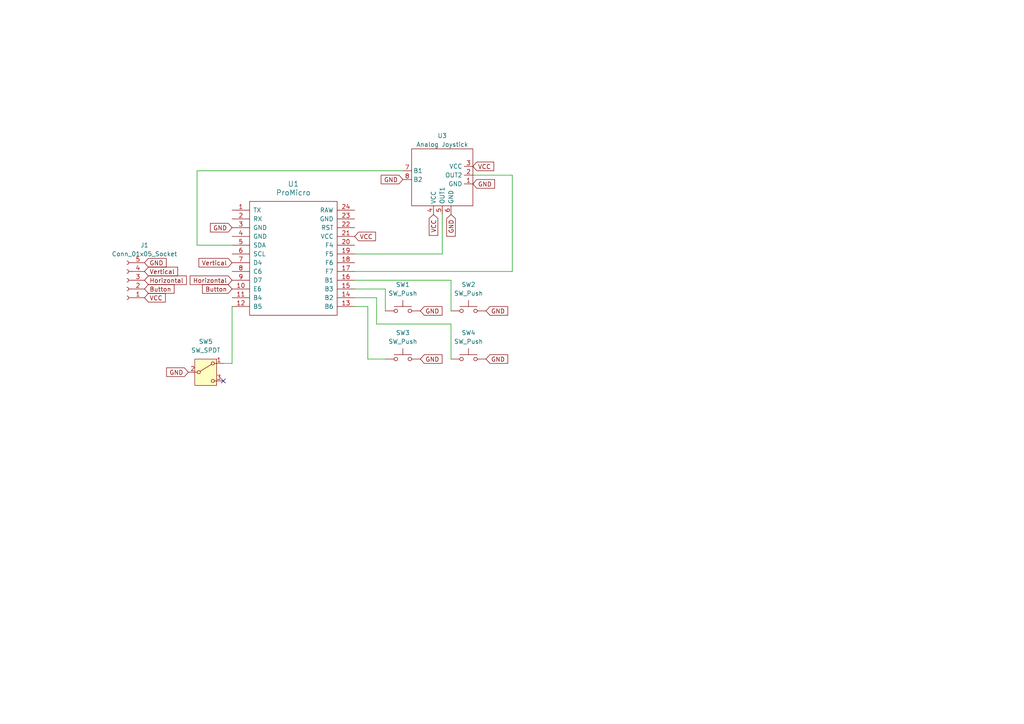
<source format=kicad_sch>
(kicad_sch (version 20250114) (generator "eeschema") (generator_version "9.0")
  (paper "A4")
  (lib_symbols
    (symbol "Connector:Conn_01x05_Socket" (pin_names (offset 1.016) (hide yes))
      (property "Reference" "J" (at 0 7.62 0))
      (property "Value" "Conn_01x05_Socket" (at 0 -7.62 0))
      (symbol "Conn_01x05_Socket_1_1"
        (polyline (pts (xy -1.27 5.08) (xy -0.508 5.08)) (stroke (width 0.1524)))
        (polyline (pts (xy -1.27 2.54) (xy -0.508 2.54)) (stroke (width 0.1524)))
        (polyline (pts (xy -1.27 0) (xy -0.508 0)) (stroke (width 0.1524)))
        (polyline (pts (xy -1.27 -2.54) (xy -0.508 -2.54)) (stroke (width 0.1524)))
        (polyline (pts (xy -1.27 -5.08) (xy -0.508 -5.08)) (stroke (width 0.1524)))
        (arc (start 0 4.572) (mid -0.5058 5.08) (end 0 5.588) (stroke (width 0.1524)))
        (arc (start 0 2.032) (mid -0.5058 2.54) (end 0 3.048) (stroke (width 0.1524)))
        (arc (start 0 -0.508) (mid -0.5058 0) (end 0 0.508) (stroke (width 0.1524)))
        (arc (start 0 -3.048) (mid -0.5058 -2.54) (end 0 -2.032) (stroke (width 0.1524)))
        (arc (start 0 -5.588) (mid -0.5058 -5.08) (end 0 -4.572) (stroke (width 0.1524)))
        (pin passive line (at -5.08 5.08 0) (length 3.81) (name "Pin_1") (number "1"))
        (pin passive line (at -5.08 2.54 0) (length 3.81) (name "Pin_2") (number "2"))
        (pin passive line (at -5.08 0 0) (length 3.81) (name "Pin_3") (number "3"))
        (pin passive line (at -5.08 -2.54 0) (length 3.81) (name "Pin_4") (number "4"))
        (pin passive line (at -5.08 -5.08 0) (length 3.81) (name "Pin_5") (number "5"))
      )
    )
    (symbol "Library:Analog_Joystick_Hall_Effect"
      (property "Reference" "U" (at 0 5.334 0))
      (property "Value" "Analog Joystick" (at 0.254 10.414 0))
      (symbol "Analog_Joystick_Hall_Effect_0_1"
        (rectangle (start -8.89 8.89) (end 8.89 -7.62))
      )
      (symbol "Analog_Joystick_Hall_Effect_1_1"
        (pin bidirectional line (at -11.43 2.54 0) (length 2.54) (name "B1") (number "7"))
        (pin bidirectional line (at -11.43 0 0) (length 2.54) (name "B2") (number "8"))
        (pin bidirectional line (at -2.54 -10.16 90) (length 2.54) (name "VCC") (number "4"))
        (pin bidirectional line (at 0 -10.16 90) (length 2.54) (name "OUT1") (number "5"))
        (pin bidirectional line (at 2.54 -10.16 90) (length 2.54) (name "GND") (number "6"))
        (pin bidirectional line (at 8.89 3.81 180) (length 2.54) (name "VCC") (number "3"))
        (pin bidirectional line (at 8.89 1.27 180) (length 2.54) (name "OUT2") (number "2"))
        (pin bidirectional line (at 8.89 -1.27 180) (length 2.54) (name "GND") (number "1"))
      )
    )
    (symbol "Switch:SW_Push" (pin_numbers (hide yes)) (pin_names (offset 1.016) (hide yes))
      (property "Reference" "SW" (at 1.27 2.54 0))
      (property "Value" "SW_Push" (at 0 -1.524 0))
      (symbol "SW_Push_0_1"
        (circle (center -2.032 0) (radius 0.508))
        (polyline (pts (xy 0 1.27) (xy 0 3.048)))
        (circle (center 2.032 0) (radius 0.508))
        (polyline (pts (xy 2.54 1.27) (xy -2.54 1.27)))
        (pin passive line (at -5.08 0 0) (length 2.54) (name "1") (number "1"))
        (pin passive line (at 5.08 0 180) (length 2.54) (name "2") (number "2"))
      )
    )
    (symbol "Switch:SW_SPDT" (pin_names (offset 0) (hide yes))
      (property "Reference" "SW" (at 0 5.08 0))
      (property "Value" "SW_SPDT" (at 0 -5.08 0))
      (symbol "SW_SPDT_0_1"
        (circle (center -2.032 0) (radius 0.4572))
        (polyline (pts (xy -1.651 0.254) (xy 1.651 2.286)))
        (circle (center 2.032 2.54) (radius 0.4572))
        (circle (center 2.032 -2.54) (radius 0.4572))
      )
      (symbol "SW_SPDT_1_1"
        (rectangle (start -3.175 3.81) (end 3.175 -3.81) (fill (type background)))
        (pin passive line (at -5.08 0 0) (length 2.54) (name "B") (number "2"))
        (pin passive line (at 5.08 2.54 180) (length 2.54) (name "A") (number "1"))
        (pin passive line (at 5.08 -2.54 180) (length 2.54) (name "C") (number "3"))
      )
    )
    (symbol "promicro:ProMicro" (pin_names (offset 1.016))
      (property "Reference" "U" (at 0 24.13 0))
      (property "Value" "ProMicro" (at 0 -13.97 0))
      (symbol "ProMicro_0_1"
        (rectangle (start -12.7 21.59) (end 12.7 -11.43))
      )
      (symbol "ProMicro_1_1"
        (pin bidirectional line (at -17.78 19.05 0) (length 5.08) (name "TX") (number "1"))
        (pin bidirectional line (at -17.78 16.51 0) (length 5.08) (name "RX") (number "2"))
        (pin power_in line (at -17.78 13.97 0) (length 5.08) (name "GND") (number "3"))
        (pin power_in line (at -17.78 11.43 0) (length 5.08) (name "GND") (number "4"))
        (pin bidirectional line (at -17.78 8.89 0) (length 5.08) (name "SDA") (number "5"))
        (pin bidirectional line (at -17.78 6.35 0) (length 5.08) (name "SCL") (number "6"))
        (pin bidirectional line (at -17.78 3.81 0) (length 5.08) (name "D4") (number "7"))
        (pin bidirectional line (at -17.78 1.27 0) (length 5.08) (name "C6") (number "8"))
        (pin bidirectional line (at -17.78 -1.27 0) (length 5.08) (name "D7") (number "9"))
        (pin bidirectional line (at -17.78 -3.81 0) (length 5.08) (name "E6") (number "10"))
        (pin bidirectional line (at -17.78 -6.35 0) (length 5.08) (name "B4") (number "11"))
        (pin bidirectional line (at -17.78 -8.89 0) (length 5.08) (name "B5") (number "12"))
        (pin power_out line (at 17.78 19.05 180) (length 5.08) (name "RAW") (number "24"))
        (pin power_in line (at 17.78 16.51 180) (length 5.08) (name "GND") (number "23"))
        (pin input line (at 17.78 13.97 180) (length 5.08) (name "RST") (number "22"))
        (pin power_in line (at 17.78 11.43 180) (length 5.08) (name "VCC") (number "21"))
        (pin bidirectional line (at 17.78 8.89 180) (length 5.08) (name "F4") (number "20"))
        (pin bidirectional line (at 17.78 6.35 180) (length 5.08) (name "F5") (number "19"))
        (pin bidirectional line (at 17.78 3.81 180) (length 5.08) (name "F6") (number "18"))
        (pin bidirectional line (at 17.78 1.27 180) (length 5.08) (name "F7") (number "17"))
        (pin bidirectional line (at 17.78 -1.27 180) (length 5.08) (name "B1") (number "16"))
        (pin bidirectional line (at 17.78 -3.81 180) (length 5.08) (name "B3") (number "15"))
        (pin bidirectional line (at 17.78 -6.35 180) (length 5.08) (name "B2") (number "14"))
        (pin bidirectional line (at 17.78 -8.89 180) (length 5.08) (name "B6") (number "13"))
      )
    )
  )
  (no_connect (at 64.77 110.49))
  (wire (pts (xy 102.87 81.28) (xy 130.81 81.28)))
  (wire (pts (xy 106.68 104.14) (xy 111.76 104.14)))
  (wire (pts (xy 109.22 93.98) (xy 130.81 93.98)))
  (wire (pts (xy 148.59 50.8) (xy 137.16 50.8)))
  (wire (pts (xy 102.87 73.66) (xy 128.27 73.66)))
  (wire (pts (xy 130.81 93.98) (xy 130.81 104.14)))
  (wire (pts (xy 102.87 78.74) (xy 148.59 78.74)))
  (wire (pts (xy 57.15 71.12) (xy 57.15 49.53)))
  (wire (pts (xy 67.31 105.41) (xy 64.77 105.41)))
  (wire (pts (xy 57.15 49.53) (xy 116.84 49.53)))
  (wire (pts (xy 111.76 83.82) (xy 111.76 90.17)))
  (wire (pts (xy 106.68 88.9) (xy 106.68 104.14)))
  (wire (pts (xy 102.87 86.36) (xy 109.22 86.36)))
  (wire (pts (xy 67.31 88.9) (xy 67.31 105.41)))
  (wire (pts (xy 148.59 78.74) (xy 148.59 50.8)))
  (wire (pts (xy 128.27 62.23) (xy 128.27 73.66)))
  (wire (pts (xy 67.31 71.12) (xy 57.15 71.12)))
  (wire (pts (xy 102.87 88.9) (xy 106.68 88.9)))
  (wire (pts (xy 102.87 83.82) (xy 111.76 83.82)))
  (wire (pts (xy 130.81 81.28) (xy 130.81 90.17)))
  (wire (pts (xy 109.22 86.36) (xy 109.22 93.98)))
  (global_label "VCC" (shape input) (at 102.87 68.58 0) (property "Intersheetrefs" "${INTERSHEET_REFS}" (effects (hide yes))))
  (global_label "Vertical" (shape input) (at 41.91 78.74 0) (property "Intersheetrefs" "${INTERSHEET_REFS}" (effects (hide yes))))
  (global_label "GND" (shape input) (at 116.84 52.07 180) (property "Intersheetrefs" "${INTERSHEET_REFS}" (effects (hide yes))))
  (global_label "GND" (shape input) (at 67.31 66.04 180) (property "Intersheetrefs" "${INTERSHEET_REFS}" (effects (hide yes))))
  (global_label "GND" (shape input) (at 41.91 76.2 0) (property "Intersheetrefs" "${INTERSHEET_REFS}" (effects (hide yes))))
  (global_label "Button" (shape input) (at 67.31 83.82 180) (property "Intersheetrefs" "${INTERSHEET_REFS}" (effects (hide yes))))
  (global_label "GND" (shape input) (at 121.92 90.17 0) (property "Intersheetrefs" "${INTERSHEET_REFS}" (effects (hide yes))))
  (global_label "VCC" (shape input) (at 137.16 48.26 0) (property "Intersheetrefs" "${INTERSHEET_REFS}" (effects (hide yes))))
  (global_label "VCC" (shape input) (at 41.91 86.36 0) (property "Intersheetrefs" "${INTERSHEET_REFS}" (effects (hide yes))))
  (global_label "GND" (shape input) (at 130.81 62.23 270) (property "Intersheetrefs" "${INTERSHEET_REFS}" (effects (hide yes))))
  (global_label "VCC" (shape input) (at 125.73 62.23 270) (property "Intersheetrefs" "${INTERSHEET_REFS}" (effects (hide yes))))
  (global_label "Horizontal" (shape input) (at 41.91 81.28 0) (property "Intersheetrefs" "${INTERSHEET_REFS}" (effects (hide yes))))
  (global_label "GND" (shape input) (at 137.16 53.34 0) (property "Intersheetrefs" "${INTERSHEET_REFS}" (effects (hide yes))))
  (global_label "Button" (shape input) (at 41.91 83.82 0) (property "Intersheetrefs" "${INTERSHEET_REFS}" (effects (hide yes))))
  (global_label "GND" (shape input) (at 140.97 90.17 0) (property "Intersheetrefs" "${INTERSHEET_REFS}" (effects (hide yes))))
  (global_label "Horizontal" (shape input) (at 67.31 81.28 180) (property "Intersheetrefs" "${INTERSHEET_REFS}" (effects (hide yes))))
  (global_label "Vertical" (shape input) (at 67.31 76.2 180) (property "Intersheetrefs" "${INTERSHEET_REFS}" (effects (hide yes))))
  (global_label "GND" (shape input) (at 140.97 104.14 0) (property "Intersheetrefs" "${INTERSHEET_REFS}" (effects (hide yes))))
  (global_label "GND" (shape input) (at 54.61 107.95 180) (property "Intersheetrefs" "${INTERSHEET_REFS}" (effects (hide yes))))
  (global_label "GND" (shape input) (at 121.92 104.14 0) (property "Intersheetrefs" "${INTERSHEET_REFS}" (effects (hide yes))))
  (symbol (lib_id "Connector:Conn_01x05_Socket") (at 36.83 81.28 180) (unit 1)
    (property "Reference" "J1" (at 41.91 71.12 0))
    (property "Value" "Conn_01x05_Socket" (at 41.91 73.66 0))
    (property "Footprint" "Connector_PinHeader_2.54mm:PinHeader_1x05_P2.54mm_Vertical" (effects (hide yes)))
    (property "Description" "Generic connector, single row, 01x05, script generated" (effects (hide yes)))
  )
  (symbol (lib_id "Switch:SW_Push") (at 116.84 104.14 0) (unit 1)
    (property "Reference" "SW3" (at 116.84 96.52 0))
    (property "Value" "SW_Push" (at 116.84 99.06 0))
    (property "Footprint" "Library:SW_PUSH_8mm_H4.3mm" (effects (hide yes)))
    (property "Description" "Push button switch, generic, two pins" (effects (hide yes)))
  )
  (symbol (lib_id "Switch:SW_Push") (at 116.84 90.17 0) (unit 1)
    (property "Reference" "SW1" (at 116.84 82.55 0))
    (property "Value" "SW_Push" (at 116.84 85.09 0))
    (property "Footprint" "Library:SW_PUSH_8mm_H4.3mm" (effects (hide yes)))
    (property "Description" "Push button switch, generic, two pins" (effects (hide yes)))
  )
  (symbol (lib_id "Library:Analog_Joystick_Hall_Effect") (at 128.27 52.07 0) (unit 1)
    (property "Reference" "U3" (at 128.27 39.37 0))
    (property "Value" "Analog Joystick" (at 128.27 41.91 0))
    (property "Footprint" "Library:PS4_joystick" (effects (hide yes)))
  )
  (symbol (lib_id "promicro:ProMicro") (at 85.09 80.01 0) (unit 1)
    (property "Reference" "U1" (at 85.09 53.34 0) (effects (font (size 1.524 1.524))))
    (property "Value" "ProMicro" (at 85.09 55.88 0) (effects (font (size 1.524 1.524))))
    (property "Footprint" "promicro:ProMicro-NoSilk" (effects (hide yes)))
  )
  (symbol (lib_id "Switch:SW_Push") (at 135.89 104.14 0) (unit 1)
    (property "Reference" "SW4" (at 135.89 96.52 0))
    (property "Value" "SW_Push" (at 135.89 99.06 0))
    (property "Footprint" "Library:SW_PUSH_8mm_H4.3mm" (effects (hide yes)))
    (property "Description" "Push button switch, generic, two pins" (effects (hide yes)))
  )
  (symbol (lib_id "Switch:SW_Push") (at 135.89 90.17 0) (unit 1)
    (property "Reference" "SW2" (at 135.89 82.55 0))
    (property "Value" "SW_Push" (at 135.89 85.09 0))
    (property "Footprint" "Library:SW_PUSH_8mm_H4.3mm" (effects (hide yes)))
    (property "Description" "Push button switch, generic, two pins" (effects (hide yes)))
  )
  (symbol (lib_id "Switch:SW_SPDT") (at 59.69 107.95 0) (unit 1)
    (property "Reference" "SW5" (at 59.69 99.06 0))
    (property "Value" "SW_SPDT" (at 59.69 101.6 0))
    (property "Footprint" "Button_Switch_THT:SW_Slide-03_Wuerth-WS-SLTV_10x2.5x6.4_P2.54mm" (effects (hide yes)))
    (property "Description" "Switch, single pole double throw" (effects (hide yes)))
  )
)
</source>
